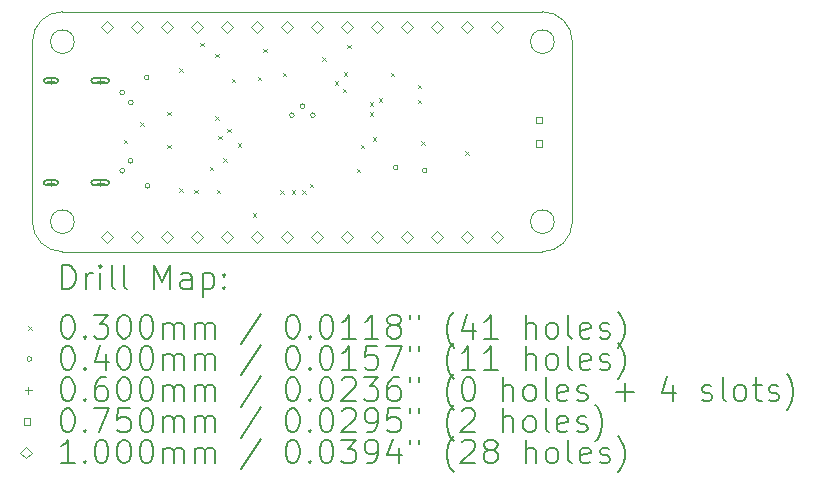
<source format=gbr>
%FSLAX45Y45*%
G04 Gerber Fmt 4.5, Leading zero omitted, Abs format (unit mm)*
G04 Created by KiCad (PCBNEW (6.0.0-0)) date 2023-05-28 12:50:59*
%MOMM*%
%LPD*%
G01*
G04 APERTURE LIST*
%TA.AperFunction,Profile*%
%ADD10C,0.100000*%
%TD*%
%ADD11C,0.200000*%
%ADD12C,0.030000*%
%ADD13C,0.040000*%
%ADD14C,0.060000*%
%ADD15C,0.075000*%
%ADD16C,0.100000*%
G04 APERTURE END LIST*
D10*
X9398000Y-7747000D02*
X13462000Y-7747000D01*
X13562000Y-8001000D02*
G75*
G03*
X13562000Y-8001000I-100000J0D01*
G01*
X13562000Y-9525000D02*
G75*
G03*
X13562000Y-9525000I-100000J0D01*
G01*
X13462000Y-9779000D02*
G75*
G03*
X13716000Y-9525000I0J254000D01*
G01*
X9498000Y-9525000D02*
G75*
G03*
X9498000Y-9525000I-100000J0D01*
G01*
X13716000Y-8001000D02*
X13716000Y-9525000D01*
X9144000Y-9525000D02*
X9144000Y-8001000D01*
X13716000Y-8001000D02*
G75*
G03*
X13462000Y-7747000I-254000J0D01*
G01*
X9398000Y-7747000D02*
G75*
G03*
X9144000Y-8001000I0J-254000D01*
G01*
X13462000Y-9779000D02*
X9398000Y-9779000D01*
X9144000Y-9525000D02*
G75*
G03*
X9398000Y-9779000I254000J0D01*
G01*
X9498000Y-8001000D02*
G75*
G03*
X9498000Y-8001000I-100000J0D01*
G01*
D11*
D12*
X9916400Y-8832950D02*
X9946400Y-8862950D01*
X9946400Y-8832950D02*
X9916400Y-8862950D01*
X10056100Y-8684500D02*
X10086100Y-8714500D01*
X10086100Y-8684500D02*
X10056100Y-8714500D01*
X10284700Y-8595600D02*
X10314700Y-8625600D01*
X10314700Y-8595600D02*
X10284700Y-8625600D01*
X10284700Y-8875000D02*
X10314700Y-8905000D01*
X10314700Y-8875000D02*
X10284700Y-8905000D01*
X10386300Y-8227300D02*
X10416300Y-8257300D01*
X10416300Y-8227300D02*
X10386300Y-8257300D01*
X10386300Y-9243300D02*
X10416300Y-9273300D01*
X10416300Y-9243300D02*
X10386300Y-9273300D01*
X10513591Y-9256291D02*
X10543591Y-9286291D01*
X10543591Y-9256291D02*
X10513591Y-9286291D01*
X10564100Y-8011400D02*
X10594100Y-8041400D01*
X10594100Y-8011400D02*
X10564100Y-8041400D01*
X10646941Y-9058859D02*
X10676941Y-9088859D01*
X10676941Y-9058859D02*
X10646941Y-9088859D01*
X10691100Y-8630398D02*
X10721100Y-8660398D01*
X10721100Y-8630398D02*
X10691100Y-8660398D01*
X10692602Y-8103550D02*
X10722602Y-8133550D01*
X10722602Y-8103550D02*
X10692602Y-8133550D01*
X10703800Y-9256000D02*
X10733800Y-9286000D01*
X10733800Y-9256000D02*
X10703800Y-9286000D01*
X10716500Y-8798800D02*
X10746500Y-8828800D01*
X10746500Y-8798800D02*
X10716500Y-8828800D01*
X10760659Y-8989300D02*
X10790659Y-9019300D01*
X10790659Y-8989300D02*
X10760659Y-9019300D01*
X10792700Y-8738850D02*
X10822700Y-8768850D01*
X10822700Y-8738850D02*
X10792700Y-8768850D01*
X10830800Y-8316200D02*
X10860800Y-8346200D01*
X10860800Y-8316200D02*
X10830800Y-8346200D01*
X10881600Y-8862300D02*
X10911600Y-8892300D01*
X10911600Y-8862300D02*
X10881600Y-8892300D01*
X11009993Y-9451902D02*
X11039993Y-9481902D01*
X11039993Y-9451902D02*
X11009993Y-9481902D01*
X11052400Y-8297800D02*
X11082400Y-8327800D01*
X11082400Y-8297800D02*
X11052400Y-8327800D01*
X11097500Y-8062200D02*
X11127500Y-8092200D01*
X11127500Y-8062200D02*
X11097500Y-8092200D01*
X11241530Y-9256750D02*
X11271530Y-9286750D01*
X11271530Y-9256750D02*
X11241530Y-9286750D01*
X11262600Y-8265400D02*
X11292600Y-8295400D01*
X11292600Y-8265400D02*
X11262600Y-8295400D01*
X11341340Y-9257050D02*
X11371340Y-9287050D01*
X11371340Y-9257050D02*
X11341340Y-9287050D01*
X11427700Y-9257050D02*
X11457700Y-9287050D01*
X11457700Y-9257050D02*
X11427700Y-9287050D01*
X11491200Y-9205200D02*
X11521200Y-9235200D01*
X11521200Y-9205200D02*
X11491200Y-9235200D01*
X11597684Y-8130584D02*
X11627684Y-8160584D01*
X11627684Y-8130584D02*
X11597684Y-8160584D01*
X11702343Y-8336843D02*
X11732343Y-8366843D01*
X11732343Y-8336843D02*
X11702343Y-8366843D01*
X11770600Y-8399293D02*
X11800600Y-8429293D01*
X11800600Y-8399293D02*
X11770600Y-8429293D01*
X11778543Y-8260643D02*
X11808543Y-8290643D01*
X11808543Y-8260643D02*
X11778543Y-8290643D01*
X11808700Y-8027410D02*
X11838700Y-8057410D01*
X11838700Y-8027410D02*
X11808700Y-8057410D01*
X11891300Y-9078200D02*
X11921300Y-9108200D01*
X11921300Y-9078200D02*
X11891300Y-9108200D01*
X11923000Y-8875000D02*
X11953000Y-8905000D01*
X11953000Y-8875000D02*
X11923000Y-8905000D01*
X11999200Y-8515000D02*
X12029200Y-8545000D01*
X12029200Y-8515000D02*
X11999200Y-8545000D01*
X11999200Y-8600000D02*
X12029200Y-8630000D01*
X12029200Y-8600000D02*
X11999200Y-8630000D01*
X12024600Y-8811500D02*
X12054600Y-8841500D01*
X12054600Y-8811500D02*
X12024600Y-8841500D01*
X12075400Y-8481300D02*
X12105400Y-8511300D01*
X12105400Y-8481300D02*
X12075400Y-8511300D01*
X12177000Y-8265400D02*
X12207000Y-8295400D01*
X12207000Y-8265400D02*
X12177000Y-8295400D01*
X12405600Y-8367000D02*
X12435600Y-8397000D01*
X12435600Y-8367000D02*
X12405600Y-8397000D01*
X12405600Y-8494000D02*
X12435600Y-8524000D01*
X12435600Y-8494000D02*
X12405600Y-8524000D01*
X12437300Y-8843300D02*
X12467300Y-8873300D01*
X12467300Y-8843300D02*
X12437300Y-8873300D01*
X12807048Y-8930752D02*
X12837048Y-8960752D01*
X12837048Y-8930752D02*
X12807048Y-8960752D01*
D13*
X9924700Y-9094500D02*
G75*
G03*
X9924700Y-9094500I-20000J0D01*
G01*
X9925350Y-8432150D02*
G75*
G03*
X9925350Y-8432150I-20000J0D01*
G01*
X9995850Y-9010650D02*
G75*
G03*
X9995850Y-9010650I-20000J0D01*
G01*
X9996500Y-8516000D02*
G75*
G03*
X9996500Y-8516000I-20000J0D01*
G01*
X10130500Y-8304500D02*
G75*
G03*
X10130500Y-8304500I-20000J0D01*
G01*
X10139300Y-9222800D02*
G75*
G03*
X10139300Y-9222800I-20000J0D01*
G01*
X11361100Y-8623300D02*
G75*
G03*
X11361100Y-8623300I-20000J0D01*
G01*
X11450000Y-8547100D02*
G75*
G03*
X11450000Y-8547100I-20000J0D01*
G01*
X11538900Y-8623300D02*
G75*
G03*
X11538900Y-8623300I-20000J0D01*
G01*
X12239159Y-9067019D02*
G75*
G03*
X12239159Y-9067019I-20000J0D01*
G01*
X12485100Y-9093200D02*
G75*
G03*
X12485100Y-9093200I-20000J0D01*
G01*
D14*
X9301000Y-8301000D02*
X9301000Y-8361000D01*
X9271000Y-8331000D02*
X9331000Y-8331000D01*
D11*
X9261000Y-8351000D02*
X9341000Y-8351000D01*
X9261000Y-8311000D02*
X9341000Y-8311000D01*
X9341000Y-8351000D02*
G75*
G03*
X9341000Y-8311000I0J20000D01*
G01*
X9261000Y-8311000D02*
G75*
G03*
X9261000Y-8351000I0J-20000D01*
G01*
D14*
X9301000Y-9165000D02*
X9301000Y-9225000D01*
X9271000Y-9195000D02*
X9331000Y-9195000D01*
D11*
X9261000Y-9215000D02*
X9341000Y-9215000D01*
X9261000Y-9175000D02*
X9341000Y-9175000D01*
X9341000Y-9215000D02*
G75*
G03*
X9341000Y-9175000I0J20000D01*
G01*
X9261000Y-9175000D02*
G75*
G03*
X9261000Y-9215000I0J-20000D01*
G01*
D14*
X9718000Y-8301000D02*
X9718000Y-8361000D01*
X9688000Y-8331000D02*
X9748000Y-8331000D01*
D11*
X9663000Y-8351000D02*
X9773000Y-8351000D01*
X9663000Y-8311000D02*
X9773000Y-8311000D01*
X9773000Y-8351000D02*
G75*
G03*
X9773000Y-8311000I0J20000D01*
G01*
X9663000Y-8311000D02*
G75*
G03*
X9663000Y-8351000I0J-20000D01*
G01*
D14*
X9718000Y-9165000D02*
X9718000Y-9225000D01*
X9688000Y-9195000D02*
X9748000Y-9195000D01*
D11*
X9663000Y-9215000D02*
X9773000Y-9215000D01*
X9663000Y-9175000D02*
X9773000Y-9175000D01*
X9773000Y-9215000D02*
G75*
G03*
X9773000Y-9175000I0J20000D01*
G01*
X9663000Y-9175000D02*
G75*
G03*
X9663000Y-9215000I0J-20000D01*
G01*
D15*
X13459417Y-8689517D02*
X13459417Y-8636483D01*
X13406383Y-8636483D01*
X13406383Y-8689517D01*
X13459417Y-8689517D01*
X13459417Y-8889517D02*
X13459417Y-8836483D01*
X13406383Y-8836483D01*
X13406383Y-8889517D01*
X13459417Y-8889517D01*
D16*
X9779000Y-7924000D02*
X9829000Y-7874000D01*
X9779000Y-7824000D01*
X9729000Y-7874000D01*
X9779000Y-7924000D01*
X9779000Y-9702000D02*
X9829000Y-9652000D01*
X9779000Y-9602000D01*
X9729000Y-9652000D01*
X9779000Y-9702000D01*
X10033000Y-7924000D02*
X10083000Y-7874000D01*
X10033000Y-7824000D01*
X9983000Y-7874000D01*
X10033000Y-7924000D01*
X10033000Y-9702000D02*
X10083000Y-9652000D01*
X10033000Y-9602000D01*
X9983000Y-9652000D01*
X10033000Y-9702000D01*
X10287000Y-7924000D02*
X10337000Y-7874000D01*
X10287000Y-7824000D01*
X10237000Y-7874000D01*
X10287000Y-7924000D01*
X10287000Y-9702000D02*
X10337000Y-9652000D01*
X10287000Y-9602000D01*
X10237000Y-9652000D01*
X10287000Y-9702000D01*
X10541000Y-7924000D02*
X10591000Y-7874000D01*
X10541000Y-7824000D01*
X10491000Y-7874000D01*
X10541000Y-7924000D01*
X10541000Y-9702000D02*
X10591000Y-9652000D01*
X10541000Y-9602000D01*
X10491000Y-9652000D01*
X10541000Y-9702000D01*
X10795000Y-7924000D02*
X10845000Y-7874000D01*
X10795000Y-7824000D01*
X10745000Y-7874000D01*
X10795000Y-7924000D01*
X10795000Y-9702000D02*
X10845000Y-9652000D01*
X10795000Y-9602000D01*
X10745000Y-9652000D01*
X10795000Y-9702000D01*
X11049000Y-7924000D02*
X11099000Y-7874000D01*
X11049000Y-7824000D01*
X10999000Y-7874000D01*
X11049000Y-7924000D01*
X11049000Y-9702000D02*
X11099000Y-9652000D01*
X11049000Y-9602000D01*
X10999000Y-9652000D01*
X11049000Y-9702000D01*
X11303000Y-7924000D02*
X11353000Y-7874000D01*
X11303000Y-7824000D01*
X11253000Y-7874000D01*
X11303000Y-7924000D01*
X11303000Y-9702000D02*
X11353000Y-9652000D01*
X11303000Y-9602000D01*
X11253000Y-9652000D01*
X11303000Y-9702000D01*
X11557000Y-7924000D02*
X11607000Y-7874000D01*
X11557000Y-7824000D01*
X11507000Y-7874000D01*
X11557000Y-7924000D01*
X11557000Y-9702000D02*
X11607000Y-9652000D01*
X11557000Y-9602000D01*
X11507000Y-9652000D01*
X11557000Y-9702000D01*
X11811000Y-7924000D02*
X11861000Y-7874000D01*
X11811000Y-7824000D01*
X11761000Y-7874000D01*
X11811000Y-7924000D01*
X11811000Y-9702000D02*
X11861000Y-9652000D01*
X11811000Y-9602000D01*
X11761000Y-9652000D01*
X11811000Y-9702000D01*
X12065000Y-7924000D02*
X12115000Y-7874000D01*
X12065000Y-7824000D01*
X12015000Y-7874000D01*
X12065000Y-7924000D01*
X12065000Y-9702000D02*
X12115000Y-9652000D01*
X12065000Y-9602000D01*
X12015000Y-9652000D01*
X12065000Y-9702000D01*
X12319000Y-7924000D02*
X12369000Y-7874000D01*
X12319000Y-7824000D01*
X12269000Y-7874000D01*
X12319000Y-7924000D01*
X12319000Y-9702000D02*
X12369000Y-9652000D01*
X12319000Y-9602000D01*
X12269000Y-9652000D01*
X12319000Y-9702000D01*
X12573000Y-7924000D02*
X12623000Y-7874000D01*
X12573000Y-7824000D01*
X12523000Y-7874000D01*
X12573000Y-7924000D01*
X12573000Y-9702000D02*
X12623000Y-9652000D01*
X12573000Y-9602000D01*
X12523000Y-9652000D01*
X12573000Y-9702000D01*
X12827000Y-7924000D02*
X12877000Y-7874000D01*
X12827000Y-7824000D01*
X12777000Y-7874000D01*
X12827000Y-7924000D01*
X12827000Y-9702000D02*
X12877000Y-9652000D01*
X12827000Y-9602000D01*
X12777000Y-9652000D01*
X12827000Y-9702000D01*
X13081000Y-7924000D02*
X13131000Y-7874000D01*
X13081000Y-7824000D01*
X13031000Y-7874000D01*
X13081000Y-7924000D01*
X13081000Y-9702000D02*
X13131000Y-9652000D01*
X13081000Y-9602000D01*
X13031000Y-9652000D01*
X13081000Y-9702000D01*
D11*
X9396619Y-10094476D02*
X9396619Y-9894476D01*
X9444238Y-9894476D01*
X9472810Y-9904000D01*
X9491857Y-9923048D01*
X9501381Y-9942095D01*
X9510905Y-9980190D01*
X9510905Y-10008762D01*
X9501381Y-10046857D01*
X9491857Y-10065905D01*
X9472810Y-10084952D01*
X9444238Y-10094476D01*
X9396619Y-10094476D01*
X9596619Y-10094476D02*
X9596619Y-9961143D01*
X9596619Y-9999238D02*
X9606143Y-9980190D01*
X9615667Y-9970667D01*
X9634714Y-9961143D01*
X9653762Y-9961143D01*
X9720429Y-10094476D02*
X9720429Y-9961143D01*
X9720429Y-9894476D02*
X9710905Y-9904000D01*
X9720429Y-9913524D01*
X9729952Y-9904000D01*
X9720429Y-9894476D01*
X9720429Y-9913524D01*
X9844238Y-10094476D02*
X9825190Y-10084952D01*
X9815667Y-10065905D01*
X9815667Y-9894476D01*
X9949000Y-10094476D02*
X9929952Y-10084952D01*
X9920429Y-10065905D01*
X9920429Y-9894476D01*
X10177571Y-10094476D02*
X10177571Y-9894476D01*
X10244238Y-10037333D01*
X10310905Y-9894476D01*
X10310905Y-10094476D01*
X10491857Y-10094476D02*
X10491857Y-9989714D01*
X10482333Y-9970667D01*
X10463286Y-9961143D01*
X10425190Y-9961143D01*
X10406143Y-9970667D01*
X10491857Y-10084952D02*
X10472810Y-10094476D01*
X10425190Y-10094476D01*
X10406143Y-10084952D01*
X10396619Y-10065905D01*
X10396619Y-10046857D01*
X10406143Y-10027810D01*
X10425190Y-10018286D01*
X10472810Y-10018286D01*
X10491857Y-10008762D01*
X10587095Y-9961143D02*
X10587095Y-10161143D01*
X10587095Y-9970667D02*
X10606143Y-9961143D01*
X10644238Y-9961143D01*
X10663286Y-9970667D01*
X10672810Y-9980190D01*
X10682333Y-9999238D01*
X10682333Y-10056381D01*
X10672810Y-10075429D01*
X10663286Y-10084952D01*
X10644238Y-10094476D01*
X10606143Y-10094476D01*
X10587095Y-10084952D01*
X10768048Y-10075429D02*
X10777571Y-10084952D01*
X10768048Y-10094476D01*
X10758524Y-10084952D01*
X10768048Y-10075429D01*
X10768048Y-10094476D01*
X10768048Y-9970667D02*
X10777571Y-9980190D01*
X10768048Y-9989714D01*
X10758524Y-9980190D01*
X10768048Y-9970667D01*
X10768048Y-9989714D01*
D12*
X9109000Y-10409000D02*
X9139000Y-10439000D01*
X9139000Y-10409000D02*
X9109000Y-10439000D01*
D11*
X9434714Y-10314476D02*
X9453762Y-10314476D01*
X9472810Y-10324000D01*
X9482333Y-10333524D01*
X9491857Y-10352571D01*
X9501381Y-10390667D01*
X9501381Y-10438286D01*
X9491857Y-10476381D01*
X9482333Y-10495429D01*
X9472810Y-10504952D01*
X9453762Y-10514476D01*
X9434714Y-10514476D01*
X9415667Y-10504952D01*
X9406143Y-10495429D01*
X9396619Y-10476381D01*
X9387095Y-10438286D01*
X9387095Y-10390667D01*
X9396619Y-10352571D01*
X9406143Y-10333524D01*
X9415667Y-10324000D01*
X9434714Y-10314476D01*
X9587095Y-10495429D02*
X9596619Y-10504952D01*
X9587095Y-10514476D01*
X9577571Y-10504952D01*
X9587095Y-10495429D01*
X9587095Y-10514476D01*
X9663286Y-10314476D02*
X9787095Y-10314476D01*
X9720429Y-10390667D01*
X9749000Y-10390667D01*
X9768048Y-10400190D01*
X9777571Y-10409714D01*
X9787095Y-10428762D01*
X9787095Y-10476381D01*
X9777571Y-10495429D01*
X9768048Y-10504952D01*
X9749000Y-10514476D01*
X9691857Y-10514476D01*
X9672810Y-10504952D01*
X9663286Y-10495429D01*
X9910905Y-10314476D02*
X9929952Y-10314476D01*
X9949000Y-10324000D01*
X9958524Y-10333524D01*
X9968048Y-10352571D01*
X9977571Y-10390667D01*
X9977571Y-10438286D01*
X9968048Y-10476381D01*
X9958524Y-10495429D01*
X9949000Y-10504952D01*
X9929952Y-10514476D01*
X9910905Y-10514476D01*
X9891857Y-10504952D01*
X9882333Y-10495429D01*
X9872810Y-10476381D01*
X9863286Y-10438286D01*
X9863286Y-10390667D01*
X9872810Y-10352571D01*
X9882333Y-10333524D01*
X9891857Y-10324000D01*
X9910905Y-10314476D01*
X10101381Y-10314476D02*
X10120429Y-10314476D01*
X10139476Y-10324000D01*
X10149000Y-10333524D01*
X10158524Y-10352571D01*
X10168048Y-10390667D01*
X10168048Y-10438286D01*
X10158524Y-10476381D01*
X10149000Y-10495429D01*
X10139476Y-10504952D01*
X10120429Y-10514476D01*
X10101381Y-10514476D01*
X10082333Y-10504952D01*
X10072810Y-10495429D01*
X10063286Y-10476381D01*
X10053762Y-10438286D01*
X10053762Y-10390667D01*
X10063286Y-10352571D01*
X10072810Y-10333524D01*
X10082333Y-10324000D01*
X10101381Y-10314476D01*
X10253762Y-10514476D02*
X10253762Y-10381143D01*
X10253762Y-10400190D02*
X10263286Y-10390667D01*
X10282333Y-10381143D01*
X10310905Y-10381143D01*
X10329952Y-10390667D01*
X10339476Y-10409714D01*
X10339476Y-10514476D01*
X10339476Y-10409714D02*
X10349000Y-10390667D01*
X10368048Y-10381143D01*
X10396619Y-10381143D01*
X10415667Y-10390667D01*
X10425190Y-10409714D01*
X10425190Y-10514476D01*
X10520429Y-10514476D02*
X10520429Y-10381143D01*
X10520429Y-10400190D02*
X10529952Y-10390667D01*
X10549000Y-10381143D01*
X10577571Y-10381143D01*
X10596619Y-10390667D01*
X10606143Y-10409714D01*
X10606143Y-10514476D01*
X10606143Y-10409714D02*
X10615667Y-10390667D01*
X10634714Y-10381143D01*
X10663286Y-10381143D01*
X10682333Y-10390667D01*
X10691857Y-10409714D01*
X10691857Y-10514476D01*
X11082333Y-10304952D02*
X10910905Y-10562095D01*
X11339476Y-10314476D02*
X11358524Y-10314476D01*
X11377571Y-10324000D01*
X11387095Y-10333524D01*
X11396619Y-10352571D01*
X11406143Y-10390667D01*
X11406143Y-10438286D01*
X11396619Y-10476381D01*
X11387095Y-10495429D01*
X11377571Y-10504952D01*
X11358524Y-10514476D01*
X11339476Y-10514476D01*
X11320428Y-10504952D01*
X11310905Y-10495429D01*
X11301381Y-10476381D01*
X11291857Y-10438286D01*
X11291857Y-10390667D01*
X11301381Y-10352571D01*
X11310905Y-10333524D01*
X11320428Y-10324000D01*
X11339476Y-10314476D01*
X11491857Y-10495429D02*
X11501381Y-10504952D01*
X11491857Y-10514476D01*
X11482333Y-10504952D01*
X11491857Y-10495429D01*
X11491857Y-10514476D01*
X11625190Y-10314476D02*
X11644238Y-10314476D01*
X11663286Y-10324000D01*
X11672809Y-10333524D01*
X11682333Y-10352571D01*
X11691857Y-10390667D01*
X11691857Y-10438286D01*
X11682333Y-10476381D01*
X11672809Y-10495429D01*
X11663286Y-10504952D01*
X11644238Y-10514476D01*
X11625190Y-10514476D01*
X11606143Y-10504952D01*
X11596619Y-10495429D01*
X11587095Y-10476381D01*
X11577571Y-10438286D01*
X11577571Y-10390667D01*
X11587095Y-10352571D01*
X11596619Y-10333524D01*
X11606143Y-10324000D01*
X11625190Y-10314476D01*
X11882333Y-10514476D02*
X11768048Y-10514476D01*
X11825190Y-10514476D02*
X11825190Y-10314476D01*
X11806143Y-10343048D01*
X11787095Y-10362095D01*
X11768048Y-10371619D01*
X12072809Y-10514476D02*
X11958524Y-10514476D01*
X12015667Y-10514476D02*
X12015667Y-10314476D01*
X11996619Y-10343048D01*
X11977571Y-10362095D01*
X11958524Y-10371619D01*
X12187095Y-10400190D02*
X12168048Y-10390667D01*
X12158524Y-10381143D01*
X12149000Y-10362095D01*
X12149000Y-10352571D01*
X12158524Y-10333524D01*
X12168048Y-10324000D01*
X12187095Y-10314476D01*
X12225190Y-10314476D01*
X12244238Y-10324000D01*
X12253762Y-10333524D01*
X12263286Y-10352571D01*
X12263286Y-10362095D01*
X12253762Y-10381143D01*
X12244238Y-10390667D01*
X12225190Y-10400190D01*
X12187095Y-10400190D01*
X12168048Y-10409714D01*
X12158524Y-10419238D01*
X12149000Y-10438286D01*
X12149000Y-10476381D01*
X12158524Y-10495429D01*
X12168048Y-10504952D01*
X12187095Y-10514476D01*
X12225190Y-10514476D01*
X12244238Y-10504952D01*
X12253762Y-10495429D01*
X12263286Y-10476381D01*
X12263286Y-10438286D01*
X12253762Y-10419238D01*
X12244238Y-10409714D01*
X12225190Y-10400190D01*
X12339476Y-10314476D02*
X12339476Y-10352571D01*
X12415667Y-10314476D02*
X12415667Y-10352571D01*
X12710905Y-10590667D02*
X12701381Y-10581143D01*
X12682333Y-10552571D01*
X12672809Y-10533524D01*
X12663286Y-10504952D01*
X12653762Y-10457333D01*
X12653762Y-10419238D01*
X12663286Y-10371619D01*
X12672809Y-10343048D01*
X12682333Y-10324000D01*
X12701381Y-10295429D01*
X12710905Y-10285905D01*
X12872809Y-10381143D02*
X12872809Y-10514476D01*
X12825190Y-10304952D02*
X12777571Y-10447810D01*
X12901381Y-10447810D01*
X13082333Y-10514476D02*
X12968048Y-10514476D01*
X13025190Y-10514476D02*
X13025190Y-10314476D01*
X13006143Y-10343048D01*
X12987095Y-10362095D01*
X12968048Y-10371619D01*
X13320428Y-10514476D02*
X13320428Y-10314476D01*
X13406143Y-10514476D02*
X13406143Y-10409714D01*
X13396619Y-10390667D01*
X13377571Y-10381143D01*
X13349000Y-10381143D01*
X13329952Y-10390667D01*
X13320428Y-10400190D01*
X13529952Y-10514476D02*
X13510905Y-10504952D01*
X13501381Y-10495429D01*
X13491857Y-10476381D01*
X13491857Y-10419238D01*
X13501381Y-10400190D01*
X13510905Y-10390667D01*
X13529952Y-10381143D01*
X13558524Y-10381143D01*
X13577571Y-10390667D01*
X13587095Y-10400190D01*
X13596619Y-10419238D01*
X13596619Y-10476381D01*
X13587095Y-10495429D01*
X13577571Y-10504952D01*
X13558524Y-10514476D01*
X13529952Y-10514476D01*
X13710905Y-10514476D02*
X13691857Y-10504952D01*
X13682333Y-10485905D01*
X13682333Y-10314476D01*
X13863286Y-10504952D02*
X13844238Y-10514476D01*
X13806143Y-10514476D01*
X13787095Y-10504952D01*
X13777571Y-10485905D01*
X13777571Y-10409714D01*
X13787095Y-10390667D01*
X13806143Y-10381143D01*
X13844238Y-10381143D01*
X13863286Y-10390667D01*
X13872809Y-10409714D01*
X13872809Y-10428762D01*
X13777571Y-10447810D01*
X13949000Y-10504952D02*
X13968048Y-10514476D01*
X14006143Y-10514476D01*
X14025190Y-10504952D01*
X14034714Y-10485905D01*
X14034714Y-10476381D01*
X14025190Y-10457333D01*
X14006143Y-10447810D01*
X13977571Y-10447810D01*
X13958524Y-10438286D01*
X13949000Y-10419238D01*
X13949000Y-10409714D01*
X13958524Y-10390667D01*
X13977571Y-10381143D01*
X14006143Y-10381143D01*
X14025190Y-10390667D01*
X14101381Y-10590667D02*
X14110905Y-10581143D01*
X14129952Y-10552571D01*
X14139476Y-10533524D01*
X14149000Y-10504952D01*
X14158524Y-10457333D01*
X14158524Y-10419238D01*
X14149000Y-10371619D01*
X14139476Y-10343048D01*
X14129952Y-10324000D01*
X14110905Y-10295429D01*
X14101381Y-10285905D01*
D13*
X9139000Y-10688000D02*
G75*
G03*
X9139000Y-10688000I-20000J0D01*
G01*
D11*
X9434714Y-10578476D02*
X9453762Y-10578476D01*
X9472810Y-10588000D01*
X9482333Y-10597524D01*
X9491857Y-10616571D01*
X9501381Y-10654667D01*
X9501381Y-10702286D01*
X9491857Y-10740381D01*
X9482333Y-10759429D01*
X9472810Y-10768952D01*
X9453762Y-10778476D01*
X9434714Y-10778476D01*
X9415667Y-10768952D01*
X9406143Y-10759429D01*
X9396619Y-10740381D01*
X9387095Y-10702286D01*
X9387095Y-10654667D01*
X9396619Y-10616571D01*
X9406143Y-10597524D01*
X9415667Y-10588000D01*
X9434714Y-10578476D01*
X9587095Y-10759429D02*
X9596619Y-10768952D01*
X9587095Y-10778476D01*
X9577571Y-10768952D01*
X9587095Y-10759429D01*
X9587095Y-10778476D01*
X9768048Y-10645143D02*
X9768048Y-10778476D01*
X9720429Y-10568952D02*
X9672810Y-10711810D01*
X9796619Y-10711810D01*
X9910905Y-10578476D02*
X9929952Y-10578476D01*
X9949000Y-10588000D01*
X9958524Y-10597524D01*
X9968048Y-10616571D01*
X9977571Y-10654667D01*
X9977571Y-10702286D01*
X9968048Y-10740381D01*
X9958524Y-10759429D01*
X9949000Y-10768952D01*
X9929952Y-10778476D01*
X9910905Y-10778476D01*
X9891857Y-10768952D01*
X9882333Y-10759429D01*
X9872810Y-10740381D01*
X9863286Y-10702286D01*
X9863286Y-10654667D01*
X9872810Y-10616571D01*
X9882333Y-10597524D01*
X9891857Y-10588000D01*
X9910905Y-10578476D01*
X10101381Y-10578476D02*
X10120429Y-10578476D01*
X10139476Y-10588000D01*
X10149000Y-10597524D01*
X10158524Y-10616571D01*
X10168048Y-10654667D01*
X10168048Y-10702286D01*
X10158524Y-10740381D01*
X10149000Y-10759429D01*
X10139476Y-10768952D01*
X10120429Y-10778476D01*
X10101381Y-10778476D01*
X10082333Y-10768952D01*
X10072810Y-10759429D01*
X10063286Y-10740381D01*
X10053762Y-10702286D01*
X10053762Y-10654667D01*
X10063286Y-10616571D01*
X10072810Y-10597524D01*
X10082333Y-10588000D01*
X10101381Y-10578476D01*
X10253762Y-10778476D02*
X10253762Y-10645143D01*
X10253762Y-10664190D02*
X10263286Y-10654667D01*
X10282333Y-10645143D01*
X10310905Y-10645143D01*
X10329952Y-10654667D01*
X10339476Y-10673714D01*
X10339476Y-10778476D01*
X10339476Y-10673714D02*
X10349000Y-10654667D01*
X10368048Y-10645143D01*
X10396619Y-10645143D01*
X10415667Y-10654667D01*
X10425190Y-10673714D01*
X10425190Y-10778476D01*
X10520429Y-10778476D02*
X10520429Y-10645143D01*
X10520429Y-10664190D02*
X10529952Y-10654667D01*
X10549000Y-10645143D01*
X10577571Y-10645143D01*
X10596619Y-10654667D01*
X10606143Y-10673714D01*
X10606143Y-10778476D01*
X10606143Y-10673714D02*
X10615667Y-10654667D01*
X10634714Y-10645143D01*
X10663286Y-10645143D01*
X10682333Y-10654667D01*
X10691857Y-10673714D01*
X10691857Y-10778476D01*
X11082333Y-10568952D02*
X10910905Y-10826095D01*
X11339476Y-10578476D02*
X11358524Y-10578476D01*
X11377571Y-10588000D01*
X11387095Y-10597524D01*
X11396619Y-10616571D01*
X11406143Y-10654667D01*
X11406143Y-10702286D01*
X11396619Y-10740381D01*
X11387095Y-10759429D01*
X11377571Y-10768952D01*
X11358524Y-10778476D01*
X11339476Y-10778476D01*
X11320428Y-10768952D01*
X11310905Y-10759429D01*
X11301381Y-10740381D01*
X11291857Y-10702286D01*
X11291857Y-10654667D01*
X11301381Y-10616571D01*
X11310905Y-10597524D01*
X11320428Y-10588000D01*
X11339476Y-10578476D01*
X11491857Y-10759429D02*
X11501381Y-10768952D01*
X11491857Y-10778476D01*
X11482333Y-10768952D01*
X11491857Y-10759429D01*
X11491857Y-10778476D01*
X11625190Y-10578476D02*
X11644238Y-10578476D01*
X11663286Y-10588000D01*
X11672809Y-10597524D01*
X11682333Y-10616571D01*
X11691857Y-10654667D01*
X11691857Y-10702286D01*
X11682333Y-10740381D01*
X11672809Y-10759429D01*
X11663286Y-10768952D01*
X11644238Y-10778476D01*
X11625190Y-10778476D01*
X11606143Y-10768952D01*
X11596619Y-10759429D01*
X11587095Y-10740381D01*
X11577571Y-10702286D01*
X11577571Y-10654667D01*
X11587095Y-10616571D01*
X11596619Y-10597524D01*
X11606143Y-10588000D01*
X11625190Y-10578476D01*
X11882333Y-10778476D02*
X11768048Y-10778476D01*
X11825190Y-10778476D02*
X11825190Y-10578476D01*
X11806143Y-10607048D01*
X11787095Y-10626095D01*
X11768048Y-10635619D01*
X12063286Y-10578476D02*
X11968048Y-10578476D01*
X11958524Y-10673714D01*
X11968048Y-10664190D01*
X11987095Y-10654667D01*
X12034714Y-10654667D01*
X12053762Y-10664190D01*
X12063286Y-10673714D01*
X12072809Y-10692762D01*
X12072809Y-10740381D01*
X12063286Y-10759429D01*
X12053762Y-10768952D01*
X12034714Y-10778476D01*
X11987095Y-10778476D01*
X11968048Y-10768952D01*
X11958524Y-10759429D01*
X12139476Y-10578476D02*
X12272809Y-10578476D01*
X12187095Y-10778476D01*
X12339476Y-10578476D02*
X12339476Y-10616571D01*
X12415667Y-10578476D02*
X12415667Y-10616571D01*
X12710905Y-10854667D02*
X12701381Y-10845143D01*
X12682333Y-10816571D01*
X12672809Y-10797524D01*
X12663286Y-10768952D01*
X12653762Y-10721333D01*
X12653762Y-10683238D01*
X12663286Y-10635619D01*
X12672809Y-10607048D01*
X12682333Y-10588000D01*
X12701381Y-10559429D01*
X12710905Y-10549905D01*
X12891857Y-10778476D02*
X12777571Y-10778476D01*
X12834714Y-10778476D02*
X12834714Y-10578476D01*
X12815667Y-10607048D01*
X12796619Y-10626095D01*
X12777571Y-10635619D01*
X13082333Y-10778476D02*
X12968048Y-10778476D01*
X13025190Y-10778476D02*
X13025190Y-10578476D01*
X13006143Y-10607048D01*
X12987095Y-10626095D01*
X12968048Y-10635619D01*
X13320428Y-10778476D02*
X13320428Y-10578476D01*
X13406143Y-10778476D02*
X13406143Y-10673714D01*
X13396619Y-10654667D01*
X13377571Y-10645143D01*
X13349000Y-10645143D01*
X13329952Y-10654667D01*
X13320428Y-10664190D01*
X13529952Y-10778476D02*
X13510905Y-10768952D01*
X13501381Y-10759429D01*
X13491857Y-10740381D01*
X13491857Y-10683238D01*
X13501381Y-10664190D01*
X13510905Y-10654667D01*
X13529952Y-10645143D01*
X13558524Y-10645143D01*
X13577571Y-10654667D01*
X13587095Y-10664190D01*
X13596619Y-10683238D01*
X13596619Y-10740381D01*
X13587095Y-10759429D01*
X13577571Y-10768952D01*
X13558524Y-10778476D01*
X13529952Y-10778476D01*
X13710905Y-10778476D02*
X13691857Y-10768952D01*
X13682333Y-10749905D01*
X13682333Y-10578476D01*
X13863286Y-10768952D02*
X13844238Y-10778476D01*
X13806143Y-10778476D01*
X13787095Y-10768952D01*
X13777571Y-10749905D01*
X13777571Y-10673714D01*
X13787095Y-10654667D01*
X13806143Y-10645143D01*
X13844238Y-10645143D01*
X13863286Y-10654667D01*
X13872809Y-10673714D01*
X13872809Y-10692762D01*
X13777571Y-10711810D01*
X13949000Y-10768952D02*
X13968048Y-10778476D01*
X14006143Y-10778476D01*
X14025190Y-10768952D01*
X14034714Y-10749905D01*
X14034714Y-10740381D01*
X14025190Y-10721333D01*
X14006143Y-10711810D01*
X13977571Y-10711810D01*
X13958524Y-10702286D01*
X13949000Y-10683238D01*
X13949000Y-10673714D01*
X13958524Y-10654667D01*
X13977571Y-10645143D01*
X14006143Y-10645143D01*
X14025190Y-10654667D01*
X14101381Y-10854667D02*
X14110905Y-10845143D01*
X14129952Y-10816571D01*
X14139476Y-10797524D01*
X14149000Y-10768952D01*
X14158524Y-10721333D01*
X14158524Y-10683238D01*
X14149000Y-10635619D01*
X14139476Y-10607048D01*
X14129952Y-10588000D01*
X14110905Y-10559429D01*
X14101381Y-10549905D01*
D14*
X9109000Y-10922000D02*
X9109000Y-10982000D01*
X9079000Y-10952000D02*
X9139000Y-10952000D01*
D11*
X9434714Y-10842476D02*
X9453762Y-10842476D01*
X9472810Y-10852000D01*
X9482333Y-10861524D01*
X9491857Y-10880571D01*
X9501381Y-10918667D01*
X9501381Y-10966286D01*
X9491857Y-11004381D01*
X9482333Y-11023429D01*
X9472810Y-11032952D01*
X9453762Y-11042476D01*
X9434714Y-11042476D01*
X9415667Y-11032952D01*
X9406143Y-11023429D01*
X9396619Y-11004381D01*
X9387095Y-10966286D01*
X9387095Y-10918667D01*
X9396619Y-10880571D01*
X9406143Y-10861524D01*
X9415667Y-10852000D01*
X9434714Y-10842476D01*
X9587095Y-11023429D02*
X9596619Y-11032952D01*
X9587095Y-11042476D01*
X9577571Y-11032952D01*
X9587095Y-11023429D01*
X9587095Y-11042476D01*
X9768048Y-10842476D02*
X9729952Y-10842476D01*
X9710905Y-10852000D01*
X9701381Y-10861524D01*
X9682333Y-10890095D01*
X9672810Y-10928190D01*
X9672810Y-11004381D01*
X9682333Y-11023429D01*
X9691857Y-11032952D01*
X9710905Y-11042476D01*
X9749000Y-11042476D01*
X9768048Y-11032952D01*
X9777571Y-11023429D01*
X9787095Y-11004381D01*
X9787095Y-10956762D01*
X9777571Y-10937714D01*
X9768048Y-10928190D01*
X9749000Y-10918667D01*
X9710905Y-10918667D01*
X9691857Y-10928190D01*
X9682333Y-10937714D01*
X9672810Y-10956762D01*
X9910905Y-10842476D02*
X9929952Y-10842476D01*
X9949000Y-10852000D01*
X9958524Y-10861524D01*
X9968048Y-10880571D01*
X9977571Y-10918667D01*
X9977571Y-10966286D01*
X9968048Y-11004381D01*
X9958524Y-11023429D01*
X9949000Y-11032952D01*
X9929952Y-11042476D01*
X9910905Y-11042476D01*
X9891857Y-11032952D01*
X9882333Y-11023429D01*
X9872810Y-11004381D01*
X9863286Y-10966286D01*
X9863286Y-10918667D01*
X9872810Y-10880571D01*
X9882333Y-10861524D01*
X9891857Y-10852000D01*
X9910905Y-10842476D01*
X10101381Y-10842476D02*
X10120429Y-10842476D01*
X10139476Y-10852000D01*
X10149000Y-10861524D01*
X10158524Y-10880571D01*
X10168048Y-10918667D01*
X10168048Y-10966286D01*
X10158524Y-11004381D01*
X10149000Y-11023429D01*
X10139476Y-11032952D01*
X10120429Y-11042476D01*
X10101381Y-11042476D01*
X10082333Y-11032952D01*
X10072810Y-11023429D01*
X10063286Y-11004381D01*
X10053762Y-10966286D01*
X10053762Y-10918667D01*
X10063286Y-10880571D01*
X10072810Y-10861524D01*
X10082333Y-10852000D01*
X10101381Y-10842476D01*
X10253762Y-11042476D02*
X10253762Y-10909143D01*
X10253762Y-10928190D02*
X10263286Y-10918667D01*
X10282333Y-10909143D01*
X10310905Y-10909143D01*
X10329952Y-10918667D01*
X10339476Y-10937714D01*
X10339476Y-11042476D01*
X10339476Y-10937714D02*
X10349000Y-10918667D01*
X10368048Y-10909143D01*
X10396619Y-10909143D01*
X10415667Y-10918667D01*
X10425190Y-10937714D01*
X10425190Y-11042476D01*
X10520429Y-11042476D02*
X10520429Y-10909143D01*
X10520429Y-10928190D02*
X10529952Y-10918667D01*
X10549000Y-10909143D01*
X10577571Y-10909143D01*
X10596619Y-10918667D01*
X10606143Y-10937714D01*
X10606143Y-11042476D01*
X10606143Y-10937714D02*
X10615667Y-10918667D01*
X10634714Y-10909143D01*
X10663286Y-10909143D01*
X10682333Y-10918667D01*
X10691857Y-10937714D01*
X10691857Y-11042476D01*
X11082333Y-10832952D02*
X10910905Y-11090095D01*
X11339476Y-10842476D02*
X11358524Y-10842476D01*
X11377571Y-10852000D01*
X11387095Y-10861524D01*
X11396619Y-10880571D01*
X11406143Y-10918667D01*
X11406143Y-10966286D01*
X11396619Y-11004381D01*
X11387095Y-11023429D01*
X11377571Y-11032952D01*
X11358524Y-11042476D01*
X11339476Y-11042476D01*
X11320428Y-11032952D01*
X11310905Y-11023429D01*
X11301381Y-11004381D01*
X11291857Y-10966286D01*
X11291857Y-10918667D01*
X11301381Y-10880571D01*
X11310905Y-10861524D01*
X11320428Y-10852000D01*
X11339476Y-10842476D01*
X11491857Y-11023429D02*
X11501381Y-11032952D01*
X11491857Y-11042476D01*
X11482333Y-11032952D01*
X11491857Y-11023429D01*
X11491857Y-11042476D01*
X11625190Y-10842476D02*
X11644238Y-10842476D01*
X11663286Y-10852000D01*
X11672809Y-10861524D01*
X11682333Y-10880571D01*
X11691857Y-10918667D01*
X11691857Y-10966286D01*
X11682333Y-11004381D01*
X11672809Y-11023429D01*
X11663286Y-11032952D01*
X11644238Y-11042476D01*
X11625190Y-11042476D01*
X11606143Y-11032952D01*
X11596619Y-11023429D01*
X11587095Y-11004381D01*
X11577571Y-10966286D01*
X11577571Y-10918667D01*
X11587095Y-10880571D01*
X11596619Y-10861524D01*
X11606143Y-10852000D01*
X11625190Y-10842476D01*
X11768048Y-10861524D02*
X11777571Y-10852000D01*
X11796619Y-10842476D01*
X11844238Y-10842476D01*
X11863286Y-10852000D01*
X11872809Y-10861524D01*
X11882333Y-10880571D01*
X11882333Y-10899619D01*
X11872809Y-10928190D01*
X11758524Y-11042476D01*
X11882333Y-11042476D01*
X11949000Y-10842476D02*
X12072809Y-10842476D01*
X12006143Y-10918667D01*
X12034714Y-10918667D01*
X12053762Y-10928190D01*
X12063286Y-10937714D01*
X12072809Y-10956762D01*
X12072809Y-11004381D01*
X12063286Y-11023429D01*
X12053762Y-11032952D01*
X12034714Y-11042476D01*
X11977571Y-11042476D01*
X11958524Y-11032952D01*
X11949000Y-11023429D01*
X12244238Y-10842476D02*
X12206143Y-10842476D01*
X12187095Y-10852000D01*
X12177571Y-10861524D01*
X12158524Y-10890095D01*
X12149000Y-10928190D01*
X12149000Y-11004381D01*
X12158524Y-11023429D01*
X12168048Y-11032952D01*
X12187095Y-11042476D01*
X12225190Y-11042476D01*
X12244238Y-11032952D01*
X12253762Y-11023429D01*
X12263286Y-11004381D01*
X12263286Y-10956762D01*
X12253762Y-10937714D01*
X12244238Y-10928190D01*
X12225190Y-10918667D01*
X12187095Y-10918667D01*
X12168048Y-10928190D01*
X12158524Y-10937714D01*
X12149000Y-10956762D01*
X12339476Y-10842476D02*
X12339476Y-10880571D01*
X12415667Y-10842476D02*
X12415667Y-10880571D01*
X12710905Y-11118667D02*
X12701381Y-11109143D01*
X12682333Y-11080571D01*
X12672809Y-11061524D01*
X12663286Y-11032952D01*
X12653762Y-10985333D01*
X12653762Y-10947238D01*
X12663286Y-10899619D01*
X12672809Y-10871048D01*
X12682333Y-10852000D01*
X12701381Y-10823429D01*
X12710905Y-10813905D01*
X12825190Y-10842476D02*
X12844238Y-10842476D01*
X12863286Y-10852000D01*
X12872809Y-10861524D01*
X12882333Y-10880571D01*
X12891857Y-10918667D01*
X12891857Y-10966286D01*
X12882333Y-11004381D01*
X12872809Y-11023429D01*
X12863286Y-11032952D01*
X12844238Y-11042476D01*
X12825190Y-11042476D01*
X12806143Y-11032952D01*
X12796619Y-11023429D01*
X12787095Y-11004381D01*
X12777571Y-10966286D01*
X12777571Y-10918667D01*
X12787095Y-10880571D01*
X12796619Y-10861524D01*
X12806143Y-10852000D01*
X12825190Y-10842476D01*
X13129952Y-11042476D02*
X13129952Y-10842476D01*
X13215667Y-11042476D02*
X13215667Y-10937714D01*
X13206143Y-10918667D01*
X13187095Y-10909143D01*
X13158524Y-10909143D01*
X13139476Y-10918667D01*
X13129952Y-10928190D01*
X13339476Y-11042476D02*
X13320428Y-11032952D01*
X13310905Y-11023429D01*
X13301381Y-11004381D01*
X13301381Y-10947238D01*
X13310905Y-10928190D01*
X13320428Y-10918667D01*
X13339476Y-10909143D01*
X13368048Y-10909143D01*
X13387095Y-10918667D01*
X13396619Y-10928190D01*
X13406143Y-10947238D01*
X13406143Y-11004381D01*
X13396619Y-11023429D01*
X13387095Y-11032952D01*
X13368048Y-11042476D01*
X13339476Y-11042476D01*
X13520428Y-11042476D02*
X13501381Y-11032952D01*
X13491857Y-11013905D01*
X13491857Y-10842476D01*
X13672809Y-11032952D02*
X13653762Y-11042476D01*
X13615667Y-11042476D01*
X13596619Y-11032952D01*
X13587095Y-11013905D01*
X13587095Y-10937714D01*
X13596619Y-10918667D01*
X13615667Y-10909143D01*
X13653762Y-10909143D01*
X13672809Y-10918667D01*
X13682333Y-10937714D01*
X13682333Y-10956762D01*
X13587095Y-10975810D01*
X13758524Y-11032952D02*
X13777571Y-11042476D01*
X13815667Y-11042476D01*
X13834714Y-11032952D01*
X13844238Y-11013905D01*
X13844238Y-11004381D01*
X13834714Y-10985333D01*
X13815667Y-10975810D01*
X13787095Y-10975810D01*
X13768048Y-10966286D01*
X13758524Y-10947238D01*
X13758524Y-10937714D01*
X13768048Y-10918667D01*
X13787095Y-10909143D01*
X13815667Y-10909143D01*
X13834714Y-10918667D01*
X14082333Y-10966286D02*
X14234714Y-10966286D01*
X14158524Y-11042476D02*
X14158524Y-10890095D01*
X14568048Y-10909143D02*
X14568048Y-11042476D01*
X14520428Y-10832952D02*
X14472809Y-10975810D01*
X14596619Y-10975810D01*
X14815667Y-11032952D02*
X14834714Y-11042476D01*
X14872809Y-11042476D01*
X14891857Y-11032952D01*
X14901381Y-11013905D01*
X14901381Y-11004381D01*
X14891857Y-10985333D01*
X14872809Y-10975810D01*
X14844238Y-10975810D01*
X14825190Y-10966286D01*
X14815667Y-10947238D01*
X14815667Y-10937714D01*
X14825190Y-10918667D01*
X14844238Y-10909143D01*
X14872809Y-10909143D01*
X14891857Y-10918667D01*
X15015667Y-11042476D02*
X14996619Y-11032952D01*
X14987095Y-11013905D01*
X14987095Y-10842476D01*
X15120428Y-11042476D02*
X15101381Y-11032952D01*
X15091857Y-11023429D01*
X15082333Y-11004381D01*
X15082333Y-10947238D01*
X15091857Y-10928190D01*
X15101381Y-10918667D01*
X15120428Y-10909143D01*
X15149000Y-10909143D01*
X15168048Y-10918667D01*
X15177571Y-10928190D01*
X15187095Y-10947238D01*
X15187095Y-11004381D01*
X15177571Y-11023429D01*
X15168048Y-11032952D01*
X15149000Y-11042476D01*
X15120428Y-11042476D01*
X15244238Y-10909143D02*
X15320428Y-10909143D01*
X15272809Y-10842476D02*
X15272809Y-11013905D01*
X15282333Y-11032952D01*
X15301381Y-11042476D01*
X15320428Y-11042476D01*
X15377571Y-11032952D02*
X15396619Y-11042476D01*
X15434714Y-11042476D01*
X15453762Y-11032952D01*
X15463286Y-11013905D01*
X15463286Y-11004381D01*
X15453762Y-10985333D01*
X15434714Y-10975810D01*
X15406143Y-10975810D01*
X15387095Y-10966286D01*
X15377571Y-10947238D01*
X15377571Y-10937714D01*
X15387095Y-10918667D01*
X15406143Y-10909143D01*
X15434714Y-10909143D01*
X15453762Y-10918667D01*
X15529952Y-11118667D02*
X15539476Y-11109143D01*
X15558524Y-11080571D01*
X15568048Y-11061524D01*
X15577571Y-11032952D01*
X15587095Y-10985333D01*
X15587095Y-10947238D01*
X15577571Y-10899619D01*
X15568048Y-10871048D01*
X15558524Y-10852000D01*
X15539476Y-10823429D01*
X15529952Y-10813905D01*
D15*
X9128017Y-11242517D02*
X9128017Y-11189483D01*
X9074983Y-11189483D01*
X9074983Y-11242517D01*
X9128017Y-11242517D01*
D11*
X9434714Y-11106476D02*
X9453762Y-11106476D01*
X9472810Y-11116000D01*
X9482333Y-11125524D01*
X9491857Y-11144571D01*
X9501381Y-11182667D01*
X9501381Y-11230286D01*
X9491857Y-11268381D01*
X9482333Y-11287428D01*
X9472810Y-11296952D01*
X9453762Y-11306476D01*
X9434714Y-11306476D01*
X9415667Y-11296952D01*
X9406143Y-11287428D01*
X9396619Y-11268381D01*
X9387095Y-11230286D01*
X9387095Y-11182667D01*
X9396619Y-11144571D01*
X9406143Y-11125524D01*
X9415667Y-11116000D01*
X9434714Y-11106476D01*
X9587095Y-11287428D02*
X9596619Y-11296952D01*
X9587095Y-11306476D01*
X9577571Y-11296952D01*
X9587095Y-11287428D01*
X9587095Y-11306476D01*
X9663286Y-11106476D02*
X9796619Y-11106476D01*
X9710905Y-11306476D01*
X9968048Y-11106476D02*
X9872810Y-11106476D01*
X9863286Y-11201714D01*
X9872810Y-11192190D01*
X9891857Y-11182667D01*
X9939476Y-11182667D01*
X9958524Y-11192190D01*
X9968048Y-11201714D01*
X9977571Y-11220762D01*
X9977571Y-11268381D01*
X9968048Y-11287428D01*
X9958524Y-11296952D01*
X9939476Y-11306476D01*
X9891857Y-11306476D01*
X9872810Y-11296952D01*
X9863286Y-11287428D01*
X10101381Y-11106476D02*
X10120429Y-11106476D01*
X10139476Y-11116000D01*
X10149000Y-11125524D01*
X10158524Y-11144571D01*
X10168048Y-11182667D01*
X10168048Y-11230286D01*
X10158524Y-11268381D01*
X10149000Y-11287428D01*
X10139476Y-11296952D01*
X10120429Y-11306476D01*
X10101381Y-11306476D01*
X10082333Y-11296952D01*
X10072810Y-11287428D01*
X10063286Y-11268381D01*
X10053762Y-11230286D01*
X10053762Y-11182667D01*
X10063286Y-11144571D01*
X10072810Y-11125524D01*
X10082333Y-11116000D01*
X10101381Y-11106476D01*
X10253762Y-11306476D02*
X10253762Y-11173143D01*
X10253762Y-11192190D02*
X10263286Y-11182667D01*
X10282333Y-11173143D01*
X10310905Y-11173143D01*
X10329952Y-11182667D01*
X10339476Y-11201714D01*
X10339476Y-11306476D01*
X10339476Y-11201714D02*
X10349000Y-11182667D01*
X10368048Y-11173143D01*
X10396619Y-11173143D01*
X10415667Y-11182667D01*
X10425190Y-11201714D01*
X10425190Y-11306476D01*
X10520429Y-11306476D02*
X10520429Y-11173143D01*
X10520429Y-11192190D02*
X10529952Y-11182667D01*
X10549000Y-11173143D01*
X10577571Y-11173143D01*
X10596619Y-11182667D01*
X10606143Y-11201714D01*
X10606143Y-11306476D01*
X10606143Y-11201714D02*
X10615667Y-11182667D01*
X10634714Y-11173143D01*
X10663286Y-11173143D01*
X10682333Y-11182667D01*
X10691857Y-11201714D01*
X10691857Y-11306476D01*
X11082333Y-11096952D02*
X10910905Y-11354095D01*
X11339476Y-11106476D02*
X11358524Y-11106476D01*
X11377571Y-11116000D01*
X11387095Y-11125524D01*
X11396619Y-11144571D01*
X11406143Y-11182667D01*
X11406143Y-11230286D01*
X11396619Y-11268381D01*
X11387095Y-11287428D01*
X11377571Y-11296952D01*
X11358524Y-11306476D01*
X11339476Y-11306476D01*
X11320428Y-11296952D01*
X11310905Y-11287428D01*
X11301381Y-11268381D01*
X11291857Y-11230286D01*
X11291857Y-11182667D01*
X11301381Y-11144571D01*
X11310905Y-11125524D01*
X11320428Y-11116000D01*
X11339476Y-11106476D01*
X11491857Y-11287428D02*
X11501381Y-11296952D01*
X11491857Y-11306476D01*
X11482333Y-11296952D01*
X11491857Y-11287428D01*
X11491857Y-11306476D01*
X11625190Y-11106476D02*
X11644238Y-11106476D01*
X11663286Y-11116000D01*
X11672809Y-11125524D01*
X11682333Y-11144571D01*
X11691857Y-11182667D01*
X11691857Y-11230286D01*
X11682333Y-11268381D01*
X11672809Y-11287428D01*
X11663286Y-11296952D01*
X11644238Y-11306476D01*
X11625190Y-11306476D01*
X11606143Y-11296952D01*
X11596619Y-11287428D01*
X11587095Y-11268381D01*
X11577571Y-11230286D01*
X11577571Y-11182667D01*
X11587095Y-11144571D01*
X11596619Y-11125524D01*
X11606143Y-11116000D01*
X11625190Y-11106476D01*
X11768048Y-11125524D02*
X11777571Y-11116000D01*
X11796619Y-11106476D01*
X11844238Y-11106476D01*
X11863286Y-11116000D01*
X11872809Y-11125524D01*
X11882333Y-11144571D01*
X11882333Y-11163619D01*
X11872809Y-11192190D01*
X11758524Y-11306476D01*
X11882333Y-11306476D01*
X11977571Y-11306476D02*
X12015667Y-11306476D01*
X12034714Y-11296952D01*
X12044238Y-11287428D01*
X12063286Y-11258857D01*
X12072809Y-11220762D01*
X12072809Y-11144571D01*
X12063286Y-11125524D01*
X12053762Y-11116000D01*
X12034714Y-11106476D01*
X11996619Y-11106476D01*
X11977571Y-11116000D01*
X11968048Y-11125524D01*
X11958524Y-11144571D01*
X11958524Y-11192190D01*
X11968048Y-11211238D01*
X11977571Y-11220762D01*
X11996619Y-11230286D01*
X12034714Y-11230286D01*
X12053762Y-11220762D01*
X12063286Y-11211238D01*
X12072809Y-11192190D01*
X12253762Y-11106476D02*
X12158524Y-11106476D01*
X12149000Y-11201714D01*
X12158524Y-11192190D01*
X12177571Y-11182667D01*
X12225190Y-11182667D01*
X12244238Y-11192190D01*
X12253762Y-11201714D01*
X12263286Y-11220762D01*
X12263286Y-11268381D01*
X12253762Y-11287428D01*
X12244238Y-11296952D01*
X12225190Y-11306476D01*
X12177571Y-11306476D01*
X12158524Y-11296952D01*
X12149000Y-11287428D01*
X12339476Y-11106476D02*
X12339476Y-11144571D01*
X12415667Y-11106476D02*
X12415667Y-11144571D01*
X12710905Y-11382667D02*
X12701381Y-11373143D01*
X12682333Y-11344571D01*
X12672809Y-11325524D01*
X12663286Y-11296952D01*
X12653762Y-11249333D01*
X12653762Y-11211238D01*
X12663286Y-11163619D01*
X12672809Y-11135048D01*
X12682333Y-11116000D01*
X12701381Y-11087429D01*
X12710905Y-11077905D01*
X12777571Y-11125524D02*
X12787095Y-11116000D01*
X12806143Y-11106476D01*
X12853762Y-11106476D01*
X12872809Y-11116000D01*
X12882333Y-11125524D01*
X12891857Y-11144571D01*
X12891857Y-11163619D01*
X12882333Y-11192190D01*
X12768048Y-11306476D01*
X12891857Y-11306476D01*
X13129952Y-11306476D02*
X13129952Y-11106476D01*
X13215667Y-11306476D02*
X13215667Y-11201714D01*
X13206143Y-11182667D01*
X13187095Y-11173143D01*
X13158524Y-11173143D01*
X13139476Y-11182667D01*
X13129952Y-11192190D01*
X13339476Y-11306476D02*
X13320428Y-11296952D01*
X13310905Y-11287428D01*
X13301381Y-11268381D01*
X13301381Y-11211238D01*
X13310905Y-11192190D01*
X13320428Y-11182667D01*
X13339476Y-11173143D01*
X13368048Y-11173143D01*
X13387095Y-11182667D01*
X13396619Y-11192190D01*
X13406143Y-11211238D01*
X13406143Y-11268381D01*
X13396619Y-11287428D01*
X13387095Y-11296952D01*
X13368048Y-11306476D01*
X13339476Y-11306476D01*
X13520428Y-11306476D02*
X13501381Y-11296952D01*
X13491857Y-11277905D01*
X13491857Y-11106476D01*
X13672809Y-11296952D02*
X13653762Y-11306476D01*
X13615667Y-11306476D01*
X13596619Y-11296952D01*
X13587095Y-11277905D01*
X13587095Y-11201714D01*
X13596619Y-11182667D01*
X13615667Y-11173143D01*
X13653762Y-11173143D01*
X13672809Y-11182667D01*
X13682333Y-11201714D01*
X13682333Y-11220762D01*
X13587095Y-11239809D01*
X13758524Y-11296952D02*
X13777571Y-11306476D01*
X13815667Y-11306476D01*
X13834714Y-11296952D01*
X13844238Y-11277905D01*
X13844238Y-11268381D01*
X13834714Y-11249333D01*
X13815667Y-11239809D01*
X13787095Y-11239809D01*
X13768048Y-11230286D01*
X13758524Y-11211238D01*
X13758524Y-11201714D01*
X13768048Y-11182667D01*
X13787095Y-11173143D01*
X13815667Y-11173143D01*
X13834714Y-11182667D01*
X13910905Y-11382667D02*
X13920428Y-11373143D01*
X13939476Y-11344571D01*
X13949000Y-11325524D01*
X13958524Y-11296952D01*
X13968048Y-11249333D01*
X13968048Y-11211238D01*
X13958524Y-11163619D01*
X13949000Y-11135048D01*
X13939476Y-11116000D01*
X13920428Y-11087429D01*
X13910905Y-11077905D01*
D16*
X9089000Y-11530000D02*
X9139000Y-11480000D01*
X9089000Y-11430000D01*
X9039000Y-11480000D01*
X9089000Y-11530000D01*
D11*
X9501381Y-11570476D02*
X9387095Y-11570476D01*
X9444238Y-11570476D02*
X9444238Y-11370476D01*
X9425190Y-11399048D01*
X9406143Y-11418095D01*
X9387095Y-11427619D01*
X9587095Y-11551428D02*
X9596619Y-11560952D01*
X9587095Y-11570476D01*
X9577571Y-11560952D01*
X9587095Y-11551428D01*
X9587095Y-11570476D01*
X9720429Y-11370476D02*
X9739476Y-11370476D01*
X9758524Y-11380000D01*
X9768048Y-11389524D01*
X9777571Y-11408571D01*
X9787095Y-11446667D01*
X9787095Y-11494286D01*
X9777571Y-11532381D01*
X9768048Y-11551428D01*
X9758524Y-11560952D01*
X9739476Y-11570476D01*
X9720429Y-11570476D01*
X9701381Y-11560952D01*
X9691857Y-11551428D01*
X9682333Y-11532381D01*
X9672810Y-11494286D01*
X9672810Y-11446667D01*
X9682333Y-11408571D01*
X9691857Y-11389524D01*
X9701381Y-11380000D01*
X9720429Y-11370476D01*
X9910905Y-11370476D02*
X9929952Y-11370476D01*
X9949000Y-11380000D01*
X9958524Y-11389524D01*
X9968048Y-11408571D01*
X9977571Y-11446667D01*
X9977571Y-11494286D01*
X9968048Y-11532381D01*
X9958524Y-11551428D01*
X9949000Y-11560952D01*
X9929952Y-11570476D01*
X9910905Y-11570476D01*
X9891857Y-11560952D01*
X9882333Y-11551428D01*
X9872810Y-11532381D01*
X9863286Y-11494286D01*
X9863286Y-11446667D01*
X9872810Y-11408571D01*
X9882333Y-11389524D01*
X9891857Y-11380000D01*
X9910905Y-11370476D01*
X10101381Y-11370476D02*
X10120429Y-11370476D01*
X10139476Y-11380000D01*
X10149000Y-11389524D01*
X10158524Y-11408571D01*
X10168048Y-11446667D01*
X10168048Y-11494286D01*
X10158524Y-11532381D01*
X10149000Y-11551428D01*
X10139476Y-11560952D01*
X10120429Y-11570476D01*
X10101381Y-11570476D01*
X10082333Y-11560952D01*
X10072810Y-11551428D01*
X10063286Y-11532381D01*
X10053762Y-11494286D01*
X10053762Y-11446667D01*
X10063286Y-11408571D01*
X10072810Y-11389524D01*
X10082333Y-11380000D01*
X10101381Y-11370476D01*
X10253762Y-11570476D02*
X10253762Y-11437143D01*
X10253762Y-11456190D02*
X10263286Y-11446667D01*
X10282333Y-11437143D01*
X10310905Y-11437143D01*
X10329952Y-11446667D01*
X10339476Y-11465714D01*
X10339476Y-11570476D01*
X10339476Y-11465714D02*
X10349000Y-11446667D01*
X10368048Y-11437143D01*
X10396619Y-11437143D01*
X10415667Y-11446667D01*
X10425190Y-11465714D01*
X10425190Y-11570476D01*
X10520429Y-11570476D02*
X10520429Y-11437143D01*
X10520429Y-11456190D02*
X10529952Y-11446667D01*
X10549000Y-11437143D01*
X10577571Y-11437143D01*
X10596619Y-11446667D01*
X10606143Y-11465714D01*
X10606143Y-11570476D01*
X10606143Y-11465714D02*
X10615667Y-11446667D01*
X10634714Y-11437143D01*
X10663286Y-11437143D01*
X10682333Y-11446667D01*
X10691857Y-11465714D01*
X10691857Y-11570476D01*
X11082333Y-11360952D02*
X10910905Y-11618095D01*
X11339476Y-11370476D02*
X11358524Y-11370476D01*
X11377571Y-11380000D01*
X11387095Y-11389524D01*
X11396619Y-11408571D01*
X11406143Y-11446667D01*
X11406143Y-11494286D01*
X11396619Y-11532381D01*
X11387095Y-11551428D01*
X11377571Y-11560952D01*
X11358524Y-11570476D01*
X11339476Y-11570476D01*
X11320428Y-11560952D01*
X11310905Y-11551428D01*
X11301381Y-11532381D01*
X11291857Y-11494286D01*
X11291857Y-11446667D01*
X11301381Y-11408571D01*
X11310905Y-11389524D01*
X11320428Y-11380000D01*
X11339476Y-11370476D01*
X11491857Y-11551428D02*
X11501381Y-11560952D01*
X11491857Y-11570476D01*
X11482333Y-11560952D01*
X11491857Y-11551428D01*
X11491857Y-11570476D01*
X11625190Y-11370476D02*
X11644238Y-11370476D01*
X11663286Y-11380000D01*
X11672809Y-11389524D01*
X11682333Y-11408571D01*
X11691857Y-11446667D01*
X11691857Y-11494286D01*
X11682333Y-11532381D01*
X11672809Y-11551428D01*
X11663286Y-11560952D01*
X11644238Y-11570476D01*
X11625190Y-11570476D01*
X11606143Y-11560952D01*
X11596619Y-11551428D01*
X11587095Y-11532381D01*
X11577571Y-11494286D01*
X11577571Y-11446667D01*
X11587095Y-11408571D01*
X11596619Y-11389524D01*
X11606143Y-11380000D01*
X11625190Y-11370476D01*
X11758524Y-11370476D02*
X11882333Y-11370476D01*
X11815667Y-11446667D01*
X11844238Y-11446667D01*
X11863286Y-11456190D01*
X11872809Y-11465714D01*
X11882333Y-11484762D01*
X11882333Y-11532381D01*
X11872809Y-11551428D01*
X11863286Y-11560952D01*
X11844238Y-11570476D01*
X11787095Y-11570476D01*
X11768048Y-11560952D01*
X11758524Y-11551428D01*
X11977571Y-11570476D02*
X12015667Y-11570476D01*
X12034714Y-11560952D01*
X12044238Y-11551428D01*
X12063286Y-11522857D01*
X12072809Y-11484762D01*
X12072809Y-11408571D01*
X12063286Y-11389524D01*
X12053762Y-11380000D01*
X12034714Y-11370476D01*
X11996619Y-11370476D01*
X11977571Y-11380000D01*
X11968048Y-11389524D01*
X11958524Y-11408571D01*
X11958524Y-11456190D01*
X11968048Y-11475238D01*
X11977571Y-11484762D01*
X11996619Y-11494286D01*
X12034714Y-11494286D01*
X12053762Y-11484762D01*
X12063286Y-11475238D01*
X12072809Y-11456190D01*
X12244238Y-11437143D02*
X12244238Y-11570476D01*
X12196619Y-11360952D02*
X12149000Y-11503809D01*
X12272809Y-11503809D01*
X12339476Y-11370476D02*
X12339476Y-11408571D01*
X12415667Y-11370476D02*
X12415667Y-11408571D01*
X12710905Y-11646667D02*
X12701381Y-11637143D01*
X12682333Y-11608571D01*
X12672809Y-11589524D01*
X12663286Y-11560952D01*
X12653762Y-11513333D01*
X12653762Y-11475238D01*
X12663286Y-11427619D01*
X12672809Y-11399048D01*
X12682333Y-11380000D01*
X12701381Y-11351428D01*
X12710905Y-11341905D01*
X12777571Y-11389524D02*
X12787095Y-11380000D01*
X12806143Y-11370476D01*
X12853762Y-11370476D01*
X12872809Y-11380000D01*
X12882333Y-11389524D01*
X12891857Y-11408571D01*
X12891857Y-11427619D01*
X12882333Y-11456190D01*
X12768048Y-11570476D01*
X12891857Y-11570476D01*
X13006143Y-11456190D02*
X12987095Y-11446667D01*
X12977571Y-11437143D01*
X12968048Y-11418095D01*
X12968048Y-11408571D01*
X12977571Y-11389524D01*
X12987095Y-11380000D01*
X13006143Y-11370476D01*
X13044238Y-11370476D01*
X13063286Y-11380000D01*
X13072809Y-11389524D01*
X13082333Y-11408571D01*
X13082333Y-11418095D01*
X13072809Y-11437143D01*
X13063286Y-11446667D01*
X13044238Y-11456190D01*
X13006143Y-11456190D01*
X12987095Y-11465714D01*
X12977571Y-11475238D01*
X12968048Y-11494286D01*
X12968048Y-11532381D01*
X12977571Y-11551428D01*
X12987095Y-11560952D01*
X13006143Y-11570476D01*
X13044238Y-11570476D01*
X13063286Y-11560952D01*
X13072809Y-11551428D01*
X13082333Y-11532381D01*
X13082333Y-11494286D01*
X13072809Y-11475238D01*
X13063286Y-11465714D01*
X13044238Y-11456190D01*
X13320428Y-11570476D02*
X13320428Y-11370476D01*
X13406143Y-11570476D02*
X13406143Y-11465714D01*
X13396619Y-11446667D01*
X13377571Y-11437143D01*
X13349000Y-11437143D01*
X13329952Y-11446667D01*
X13320428Y-11456190D01*
X13529952Y-11570476D02*
X13510905Y-11560952D01*
X13501381Y-11551428D01*
X13491857Y-11532381D01*
X13491857Y-11475238D01*
X13501381Y-11456190D01*
X13510905Y-11446667D01*
X13529952Y-11437143D01*
X13558524Y-11437143D01*
X13577571Y-11446667D01*
X13587095Y-11456190D01*
X13596619Y-11475238D01*
X13596619Y-11532381D01*
X13587095Y-11551428D01*
X13577571Y-11560952D01*
X13558524Y-11570476D01*
X13529952Y-11570476D01*
X13710905Y-11570476D02*
X13691857Y-11560952D01*
X13682333Y-11541905D01*
X13682333Y-11370476D01*
X13863286Y-11560952D02*
X13844238Y-11570476D01*
X13806143Y-11570476D01*
X13787095Y-11560952D01*
X13777571Y-11541905D01*
X13777571Y-11465714D01*
X13787095Y-11446667D01*
X13806143Y-11437143D01*
X13844238Y-11437143D01*
X13863286Y-11446667D01*
X13872809Y-11465714D01*
X13872809Y-11484762D01*
X13777571Y-11503809D01*
X13949000Y-11560952D02*
X13968048Y-11570476D01*
X14006143Y-11570476D01*
X14025190Y-11560952D01*
X14034714Y-11541905D01*
X14034714Y-11532381D01*
X14025190Y-11513333D01*
X14006143Y-11503809D01*
X13977571Y-11503809D01*
X13958524Y-11494286D01*
X13949000Y-11475238D01*
X13949000Y-11465714D01*
X13958524Y-11446667D01*
X13977571Y-11437143D01*
X14006143Y-11437143D01*
X14025190Y-11446667D01*
X14101381Y-11646667D02*
X14110905Y-11637143D01*
X14129952Y-11608571D01*
X14139476Y-11589524D01*
X14149000Y-11560952D01*
X14158524Y-11513333D01*
X14158524Y-11475238D01*
X14149000Y-11427619D01*
X14139476Y-11399048D01*
X14129952Y-11380000D01*
X14110905Y-11351428D01*
X14101381Y-11341905D01*
M02*

</source>
